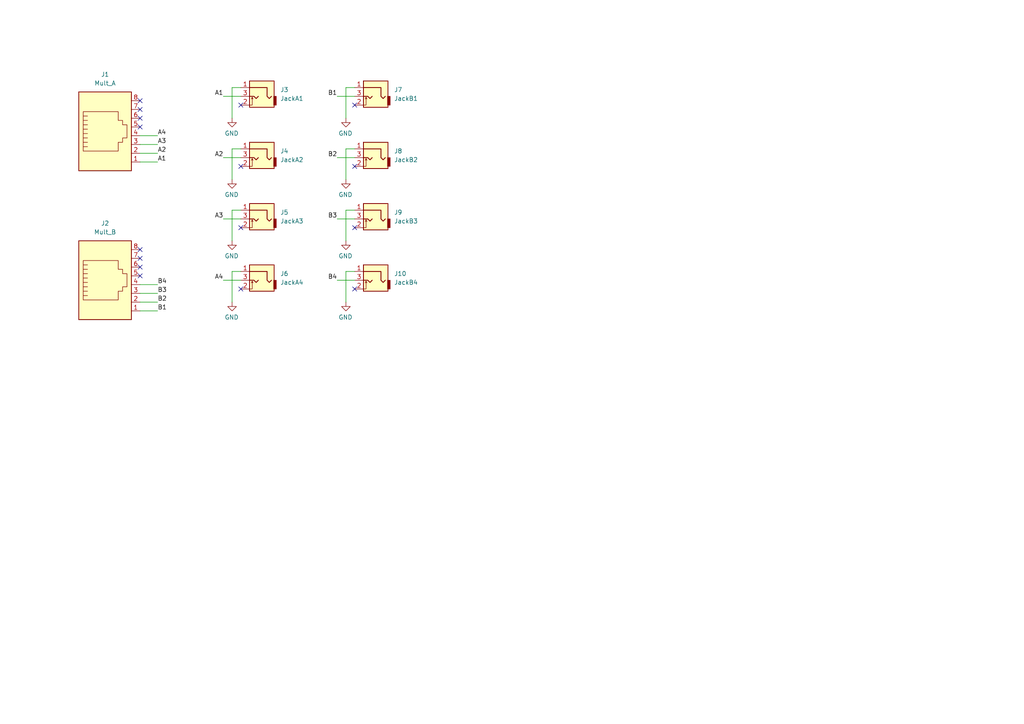
<source format=kicad_sch>
(kicad_sch (version 20211123) (generator eeschema)
  (paper "A4")
  (title_block (title "Quadraphone Controls") (rev "1.0") (company "Mountjoy Modular"))
  (lib_symbols
    (symbol "Connector:RJ45" (pin_names (offset 1.016))
      (property "Reference" "J" (at -5.08 13.97 0))
      (property "Value" "RJ45" (at 2.54 13.97 0))
      (symbol "RJ45_0_1"
        (polyline (pts (xy -5.08 4.445) (xy -6.35 4.445)))
        (polyline (pts (xy -5.08 5.715) (xy -6.35 5.715)))
        (polyline (pts (xy -6.35 -3.175) (xy -5.08 -3.175) (xy -5.08 -3.175)))
        (polyline (pts (xy -6.35 -1.905) (xy -5.08 -1.905) (xy -5.08 -1.905)))
        (polyline (pts (xy -6.35 -0.635) (xy -5.08 -0.635) (xy -5.08 -0.635)))
        (polyline (pts (xy -6.35 0.635) (xy -5.08 0.635) (xy -5.08 0.635)))
        (polyline (pts (xy -6.35 1.905) (xy -5.08 1.905) (xy -5.08 1.905)))
        (polyline (pts (xy -5.08 3.175) (xy -6.35 3.175) (xy -6.35 3.175)))
        (polyline (pts (xy -6.35 -4.445) (xy -6.35 6.985) (xy 3.81 6.985) (xy 3.81 4.445) (xy 5.08 4.445) (xy 5.08 3.175) (xy 6.35 3.175) (xy 6.35 -0.635) (xy 5.08 -0.635) (xy 5.08 -1.905) (xy 3.81 -1.905) (xy 3.81 -4.445) (xy -6.35 -4.445) (xy -6.35 -4.445)))
        (rectangle (start 7.62 12.7) (end -7.62 -10.16) (stroke (width 0.254)) (fill (type background)))
      )
      (symbol "RJ45_1_1"
        (pin passive line (at 10.16 -7.62 180) (length 2.54) (name "~") (number "1"))
        (pin passive line (at 10.16 -5.08 180) (length 2.54) (name "~") (number "2"))
        (pin passive line (at 10.16 -2.54 180) (length 2.54) (name "~") (number "3"))
        (pin passive line (at 10.16 0 180) (length 2.54) (name "~") (number "4"))
        (pin passive line (at 10.16 2.54 180) (length 2.54) (name "~") (number "5"))
        (pin passive line (at 10.16 5.08 180) (length 2.54) (name "~") (number "6"))
        (pin passive line (at 10.16 7.62 180) (length 2.54) (name "~") (number "7"))
        (pin passive line (at 10.16 10.16 180) (length 2.54) (name "~") (number "8"))
      )
    )
    (symbol "power:GND" (power) (pin_names (offset 0))
      (property "Value" "GND" (at 0 -3.81 0))
      (symbol "GND_0_1"
        (polyline (pts (xy 0 0) (xy 0 -1.27) (xy 1.27 -1.27) (xy 0 -2.54) (xy -1.27 -1.27) (xy 0 -1.27)))
      )
      (symbol "GND_1_1"
        (pin power_in line (at 0 0 270) (length 0) hide (name "GND") (number "1"))
      )
    )
    (symbol "thonkiconn:AudioJack2_Ground_Switch" (pin_names (offset 1.016))
      (property "Reference" "J" (at 0 8.89 0))
      (property "Value" "AudioJack2_Ground_Switch" (at 0 6.35 0))
      (symbol "AudioJack2_Ground_Switch_0_1"
        (rectangle (start -4.445 -2.54) (end -5.207 0) (fill (type outline)))
        (polyline (pts (xy 1.778 -0.254) (xy 2.032 -0.762)))
        (polyline (pts (xy 0 0) (xy 0.635 -0.635) (xy 1.27 0) (xy 2.54 0)) (stroke (width 0.254)))
        (polyline (pts (xy 2.54 -2.54) (xy 1.778 -2.54) (xy 1.778 -0.254) (xy 1.524 -0.762)))
        (polyline (pts (xy 2.54 2.54) (xy -2.54 2.54) (xy -2.54 0) (xy -3.175 -0.635) (xy -3.81 0)) (stroke (width 0.254)))
        (rectangle (start 2.54 -3.175) (end -4.572 4.445) (stroke (width 0.254)) (fill (type background)))
      )
      (symbol "AudioJack2_Ground_Switch_1_1"
        (pin passive line (at 5.08 2.54 180) (length 2.54) (name "~") (number "1"))
        (pin passive line (at 5.08 -2.54 180) (length 2.54) (name "~") (number "2"))
        (pin passive line (at 5.08 0 180) (length 2.54) (name "~") (number "3"))
      )
    )
  )
  (no_connect (at 40.64 34.29))
  (no_connect (at 69.85 83.82))
  (no_connect (at 69.85 30.48))
  (no_connect (at 40.64 80.01))
  (no_connect (at 40.64 77.47))
  (no_connect (at 102.87 30.48))
  (no_connect (at 40.64 72.39))
  (no_connect (at 69.85 66.04))
  (no_connect (at 40.64 29.21))
  (no_connect (at 69.85 48.26))
  (no_connect (at 102.87 48.26))
  (no_connect (at 40.64 36.83))
  (no_connect (at 102.87 66.04))
  (no_connect (at 40.64 74.93))
  (no_connect (at 102.87 83.82))
  (no_connect (at 40.64 31.75))
  (wire (pts (xy 100.33 60.96) (xy 100.33 69.85)))
  (wire (pts (xy 100.33 78.74) (xy 100.33 87.63)))
  (wire (pts (xy 69.85 78.74) (xy 67.31 78.74)))
  (wire (pts (xy 40.64 85.09) (xy 45.72 85.09)))
  (wire (pts (xy 100.33 43.18) (xy 100.33 52.07)))
  (wire (pts (xy 40.64 82.55) (xy 45.72 82.55)))
  (wire (pts (xy 69.85 25.4) (xy 67.31 25.4)))
  (wire (pts (xy 67.31 78.74) (xy 67.31 87.63)))
  (wire (pts (xy 40.64 44.45) (xy 45.72 44.45)))
  (wire (pts (xy 40.64 46.99) (xy 45.72 46.99)))
  (wire (pts (xy 102.87 25.4) (xy 100.33 25.4)))
  (wire (pts (xy 69.85 43.18) (xy 67.31 43.18)))
  (wire (pts (xy 40.64 90.17) (xy 45.72 90.17)))
  (wire (pts (xy 40.64 87.63) (xy 45.72 87.63)))
  (wire (pts (xy 102.87 45.72) (xy 97.79 45.72)))
  (wire (pts (xy 102.87 81.28) (xy 97.79 81.28)))
  (wire (pts (xy 69.85 45.72) (xy 64.77 45.72)))
  (wire (pts (xy 40.64 41.91) (xy 45.72 41.91)))
  (wire (pts (xy 69.85 27.94) (xy 64.77 27.94)))
  (wire (pts (xy 67.31 43.18) (xy 67.31 52.07)))
  (wire (pts (xy 69.85 63.5) (xy 64.77 63.5)))
  (wire (pts (xy 67.31 25.4) (xy 67.31 34.29)))
  (wire (pts (xy 102.87 43.18) (xy 100.33 43.18)))
  (wire (pts (xy 102.87 78.74) (xy 100.33 78.74)))
  (wire (pts (xy 69.85 81.28) (xy 64.77 81.28)))
  (wire (pts (xy 100.33 25.4) (xy 100.33 34.29)))
  (wire (pts (xy 67.31 60.96) (xy 67.31 69.85)))
  (wire (pts (xy 40.64 39.37) (xy 45.72 39.37)))
  (wire (pts (xy 102.87 27.94) (xy 97.79 27.94)))
  (wire (pts (xy 69.85 60.96) (xy 67.31 60.96)))
  (wire (pts (xy 102.87 63.5) (xy 97.79 63.5)))
  (wire (pts (xy 102.87 60.96) (xy 100.33 60.96)))
  (label "A3" (at 64.77 63.5 180))
  (label "A2" (at 64.77 45.72 180))
  (label "A1" (at 45.72 46.99 0))
  (label "A4" (at 64.77 81.28 180))
  (label "B1" (at 45.72 90.17 0))
  (label "B3" (at 97.79 63.5 180))
  (label "A4" (at 45.72 39.37 0))
  (label "B3" (at 45.72 85.09 0))
  (label "B2" (at 45.72 87.63 0))
  (label "A3" (at 45.72 41.91 0))
  (label "A1" (at 64.77 27.94 180))
  (label "B2" (at 97.79 45.72 180))
  (label "B4" (at 97.79 81.28 180))
  (label "B4" (at 45.72 82.55 0))
  (label "B1" (at 97.79 27.94 180))
  (label "A2" (at 45.72 44.45 0))
  (symbol (lib_id "thonkiconn:AudioJack2_Ground_Switch") (at 74.93 27.94 0) (mirror y) (unit 1)
    (property "Reference" "J3" (at 81.28 26.0349 0) (effects (justify right)))
    (property "Value" "JackA1" (at 81.28 28.5749 0) (effects (justify right)))
    (property "Footprint" "Custom_Footprints:THONKICONN_hole" (effects hide))
  )
  (symbol (lib_id "Connector:RJ45") (at 30.48 82.55 0) (unit 1)
    (property "Reference" "J2" (at 30.48 64.77 0))
    (property "Value" "Mult_B" (at 30.48 67.31 0))
    (property "Footprint" "Custom_Footprints:RJ45_Molex_42878-8506" (effects hide))
  )
  (symbol (lib_id "thonkiconn:AudioJack2_Ground_Switch") (at 107.95 63.5 0) (mirror y) (unit 1)
    (property "Reference" "J9" (at 114.3 61.5949 0) (effects (justify right)))
    (property "Value" "JackB3" (at 114.3 64.1349 0) (effects (justify right)))
    (property "Footprint" "Custom_Footprints:THONKICONN_hole" (effects hide))
  )
  (symbol (lib_id "power:GND") (at 100.33 52.07 0) (mirror y) (unit 1)
    (property "Reference" "#PWR06" (effects hide))
    (property "Value" "GND" (at 100.203 56.4642 0))
  )
  (symbol (lib_id "thonkiconn:AudioJack2_Ground_Switch") (at 74.93 63.5 0) (mirror y) (unit 1)
    (property "Reference" "J5" (at 81.28 61.5949 0) (effects (justify right)))
    (property "Value" "JackA3" (at 81.28 64.1349 0) (effects (justify right)))
    (property "Footprint" "Custom_Footprints:THONKICONN_hole" (effects hide))
  )
  (symbol (lib_id "power:GND") (at 67.31 87.63 0) (mirror y) (unit 1)
    (property "Reference" "#PWR04" (effects hide))
    (property "Value" "GND" (at 67.183 92.0242 0))
  )
  (symbol (lib_id "thonkiconn:AudioJack2_Ground_Switch") (at 107.95 45.72 0) (mirror y) (unit 1)
    (property "Reference" "J8" (at 114.3 43.8149 0) (effects (justify right)))
    (property "Value" "JackB2" (at 114.3 46.3549 0) (effects (justify right)))
    (property "Footprint" "Custom_Footprints:THONKICONN_hole" (effects hide))
  )
  (symbol (lib_id "thonkiconn:AudioJack2_Ground_Switch") (at 74.93 45.72 0) (mirror y) (unit 1)
    (property "Reference" "J4" (at 81.28 43.8149 0) (effects (justify right)))
    (property "Value" "JackA2" (at 81.28 46.3549 0) (effects (justify right)))
    (property "Footprint" "Custom_Footprints:THONKICONN_hole" (effects hide))
  )
  (symbol (lib_id "power:GND") (at 100.33 69.85 0) (mirror y) (unit 1)
    (property "Reference" "#PWR07" (effects hide))
    (property "Value" "GND" (at 100.203 74.2442 0))
  )
  (symbol (lib_id "power:GND") (at 67.31 52.07 0) (mirror y) (unit 1)
    (property "Reference" "#PWR02" (effects hide))
    (property "Value" "GND" (at 67.183 56.4642 0))
  )
  (symbol (lib_id "Connector:RJ45") (at 30.48 39.37 0) (unit 1)
    (property "Reference" "J1" (at 30.48 21.59 0))
    (property "Value" "Mult_A" (at 30.48 24.13 0))
    (property "Footprint" "Custom_Footprints:RJ45_Molex_42878-8506" (effects hide))
  )
  (symbol (lib_id "power:GND") (at 67.31 69.85 0) (mirror y) (unit 1)
    (property "Reference" "#PWR03" (effects hide))
    (property "Value" "GND" (at 67.183 74.2442 0))
  )
  (symbol (lib_id "power:GND") (at 100.33 34.29 0) (mirror y) (unit 1)
    (property "Reference" "#PWR05" (effects hide))
    (property "Value" "GND" (at 100.203 38.6842 0))
  )
  (symbol (lib_id "thonkiconn:AudioJack2_Ground_Switch") (at 107.95 81.28 0) (mirror y) (unit 1)
    (property "Reference" "J10" (at 114.3 79.3749 0) (effects (justify right)))
    (property "Value" "JackB4" (at 114.3 81.9149 0) (effects (justify right)))
    (property "Footprint" "Custom_Footprints:THONKICONN_hole" (effects hide))
  )
  (symbol (lib_id "thonkiconn:AudioJack2_Ground_Switch") (at 107.95 27.94 0) (mirror y) (unit 1)
    (property "Reference" "J7" (at 114.3 26.0349 0) (effects (justify right)))
    (property "Value" "JackB1" (at 114.3 28.5749 0) (effects (justify right)))
    (property "Footprint" "Custom_Footprints:THONKICONN_hole" (effects hide))
  )
  (symbol (lib_id "power:GND") (at 67.31 34.29 0) (mirror y) (unit 1)
    (property "Reference" "#PWR01" (effects hide))
    (property "Value" "GND" (at 67.183 38.6842 0))
  )
  (symbol (lib_id "power:GND") (at 100.33 87.63 0) (mirror y) (unit 1)
    (property "Reference" "#PWR08" (effects hide))
    (property "Value" "GND" (at 100.203 92.0242 0))
  )
  (symbol (lib_id "thonkiconn:AudioJack2_Ground_Switch") (at 74.93 81.28 0) (mirror y) (unit 1)
    (property "Reference" "J6" (at 81.28 79.3749 0) (effects (justify right)))
    (property "Value" "JackA4" (at 81.28 81.9149 0) (effects (justify right)))
    (property "Footprint" "Custom_Footprints:THONKICONN_hole" (effects hide))
  )
)
</source>
